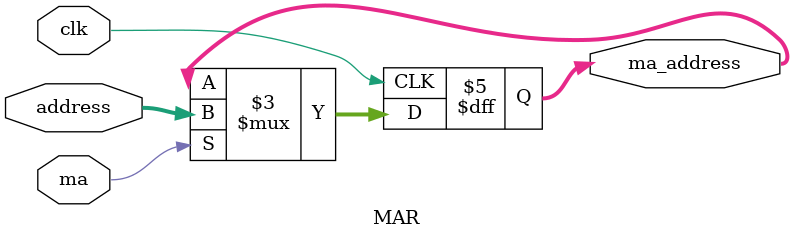
<source format=v>
module MAR(address, clk,ma, ma_address);  //MEMORY ADDRESS REGISTER
input [7:0] address; // gelen address
input clk,ma;
output reg [7:0]  ma_address; // it is coming from instruction register

   
always @ (posedge clk) 
	begin
      if (ma)
         ma_address=address;
      else
         ma_address=ma_address;
   end

endmodule
</source>
